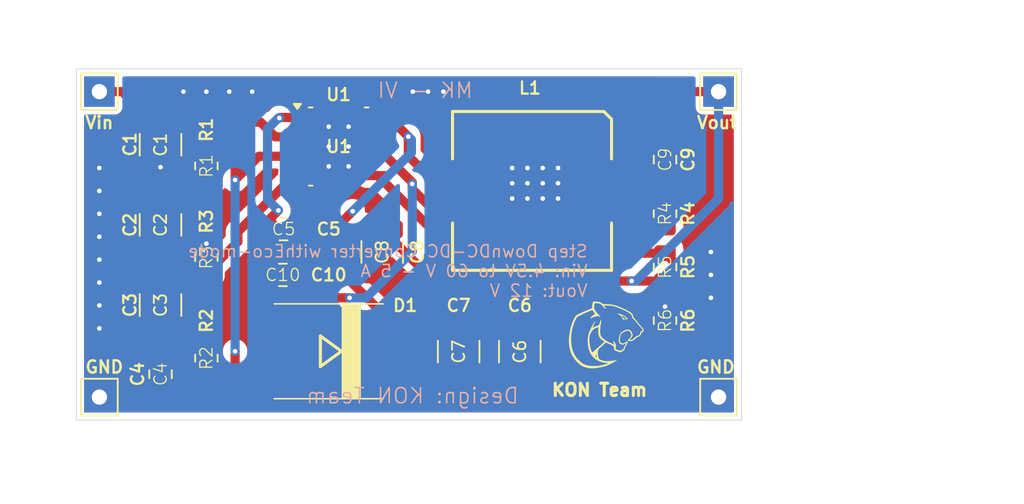
<source format=kicad_pcb>
(kicad_pcb (version 20241229) (generator "pcbnew") (generator_version "9.0")
  (title_block (title "Buck Converter 12VDC - 5A ") (date "14/10/2025") (rev "Rev 1") (company "KON Team"))
  (layers (0 "F.Cu" signal) (2 "B.Cu" signal) (13 "F.Paste" user) (15 "B.Paste" user) (5 "F.SilkS" user "F.Silkscreen") (7 "B.SilkS" user "B.Silkscreen") (1 "F.Mask" user) (3 "B.Mask" user) (25 "Edge.Cuts" user))
  (net 0 "")
  (net 1 "/Vin")
  (net 2 "GND")
  (net 3 "Net-(U1-SW)")
  (net 4 "Net-(U1-BOOT)")
  (net 5 "/Vout")
  (net 6 "Net-(C9-Pad1)")
  (net 7 "COMP")
  (net 8 "Net-(U1-EN)")
  (net 9 "Net-(U1-RT{slash}CLK)")
  (net 10 "FB")
  (footprint "Capacitor_SMD:C_0805_2012Metric" (layer "F.Cu") (at 186 110.45 90)
    (property "Reference" "C9" (at 0 1.5 90) (layer "F.SilkS") (effects (font (size 0.8 0.8))))
    (property "Value" "4700pF" (hide yes))
    (fp_text user "${REFERENCE}" (at 0 0 90) (layer "F.SilkS") (effects (font (size 0.8 0.8) (thickness 0.08))))
    (pad "1" smd roundrect (at -0.95 0 90) (size 1 1.45) (layers "F.Cu" "F.Mask" "F.Paste") (net 6 "Net-(C9-Pad1)"))
    (pad "2" smd roundrect (at 0.95 0 90) (size 1 1.45) (layers "F.Cu" "F.Mask" "F.Paste") (net 2 "GND"))
  )
  (footprint "Package_SO:Texas_R-PDSO-G8_EP2.95x4.9mm_Mask2.4x3.1mm_ThermalVias" (layer "F.Cu") (at 164.65 109.595)
    (property "Reference" "U1" (at 0 -3.4 0) (layer "F.SilkS") (effects (font (size 0.8 0.8))))
    (property "Value" "TPS54560DDA" (hide yes))
    (fp_text user "${REFERENCE}" (at 0 0 0) (layer "F.SilkS") (effects (font (size 0.8 0.8))))
    (pad "1" smd roundrect (at -2.5625 -1.905) (size 1.775 0.6) (layers "F.Cu" "F.Mask" "F.Paste") (net 4 "Net-(U1-BOOT)"))
    (pad "2" smd roundrect (at -2.5625 -0.635) (size 1.775 0.6) (layers "F.Cu" "F.Mask" "F.Paste") (net 1 "/Vin"))
    (pad "3" smd roundrect (at -2.5625 0.635) (size 1.775 0.6) (layers "F.Cu" "F.Mask" "F.Paste") (net 8 "Net-(U1-EN)"))
    (pad "4" smd roundrect (at -2.5625 1.905) (size 1.775 0.6) (layers "F.Cu" "F.Mask" "F.Paste") (net 9 "Net-(U1-RT{slash}CLK)"))
    (pad "5" smd roundrect (at 2.5625 1.905) (size 1.775 0.6) (layers "F.Cu" "F.Mask" "F.Paste") (net 10 "FB"))
    (pad "6" smd roundrect (at 2.5625 0.635) (size 1.775 0.6) (layers "F.Cu" "F.Mask" "F.Paste") (net 7 "COMP"))
    (pad "7" smd roundrect (at 2.5625 -0.635) (size 1.775 0.6) (layers "F.Cu" "F.Mask" "F.Paste") (net 2 "GND"))
    (pad "8" smd roundrect (at 2.5625 -1.905) (size 1.775 0.6) (layers "F.Cu" "F.Mask" "F.Paste") (net 3 "Net-(U1-SW)"))
    (pad "9" thru_hole circle (at -0.65 -1.3) (size 0.5 0.5) (drill 0.3) (property pad_prop_heatsink) (layers "*.Cu") (net 2 "GND"))
    (pad "9" thru_hole circle (at -0.65 0) (size 0.5 0.5) (drill 0.3) (property pad_prop_heatsink) (layers "*.Cu") (net 2 "GND"))
    (pad "9" thru_hole circle (at -0.65 1.3) (size 0.5 0.5) (drill 0.3) (property pad_prop_heatsink) (layers "*.Cu") (net 2 "GND"))
    (pad "9" smd rect (at 0 0) (size 1.8 3.1) (property pad_prop_heatsink) (layers "B.Cu") (net 2 "GND"))
    (pad "9" smd rect (at 0 0) (size 2.95 4.9) (property pad_prop_heatsink) (layers "F.Cu") (net 2 "GND"))
    (pad "9" thru_hole circle (at 0.65 -1.3) (size 0.5 0.5) (drill 0.3) (property pad_prop_heatsink) (layers "*.Cu") (net 2 "GND"))
    (pad "9" thru_hole circle (at 0.65 0) (size 0.5 0.5) (drill 0.3) (property pad_prop_heatsink) (layers "*.Cu") (net 2 "GND"))
    (pad "9" thru_hole circle (at 0.65 1.3) (size 0.5 0.5) (drill 0.3) (property pad_prop_heatsink) (layers "*.Cu") (net 2 "GND"))
  )
  (footprint "Capacitor_SMD:C_1210_3225Metric" (layer "F.Cu") (at 153 114.725 -90)
    (property "Reference" "C2" (at 0 2 90) (layer "F.SilkS") (effects (font (size 0.8 0.8))))
    (property "Value" "2.2uF" (hide yes))
    (fp_text user "${REFERENCE}" (at 0 0 90) (layer "F.SilkS") (effects (font (size 0.8 0.8) (thickness 0.12))))
    (pad "1" smd roundrect (at -1.475 0 270) (size 1.15 2.7) (layers "F.Cu" "F.Mask" "F.Paste") (roundrect_rratio 0.217391) (net 1 "/Vin"))
    (pad "2" smd roundrect (at 1.475 0 270) (size 1.15 2.7) (layers "F.Cu" "F.Mask" "F.Paste") (roundrect_rratio 0.217391) (net 2 "GND"))
  )
  (footprint "Capacitor_SMD:C_0805_2012Metric" (layer "F.Cu") (at 153 124.5 -90)
    (property "Reference" "C4" (at 0 1.5 270) (layer "F.SilkS") (effects (font (size 0.8 0.8))))
    (property "Value" "2.2uF" (hide yes))
    (fp_text user "${REFERENCE}" (at 0 0 270) (layer "F.SilkS") (effects (font (size 0.8 0.8) (thickness 0.08))))
    (pad "1" smd roundrect (at -0.95 0 270) (size 1 1.45) (layers "F.Cu" "F.Mask" "F.Paste") (net 1 "/Vin"))
    (pad "2" smd roundrect (at 0.95 0 270) (size 1 1.45) (layers "F.Cu" "F.Mask" "F.Paste") (net 2 "GND"))
  )
  (footprint "TestPoint:TestPoint_THTPad_2.0x2.0mm_Drill1.0mm" (layer "F.Cu") (at 189.5 126)
    (property "Reference" "TP4" (hide yes))
    (property "Value" "GND" (hide yes))
    (pad "1" thru_hole rect (at 0 0) (size 2 2) (drill 1) (layers "*.Cu" "*.Mask") (net 2 "GND"))
  )
  (footprint "TestPoint:TestPoint_THTPad_2.0x2.0mm_Drill1.0mm" (layer "F.Cu") (at 149 126)
    (property "Reference" "TP2" (hide yes))
    (property "Value" "GND" (hide yes))
    (pad "1" thru_hole rect (at 0 0) (size 2 2) (drill 1) (layers "*.Cu" "*.Mask") (net 2 "GND"))
  )
  (footprint "Inductor:WE-PDF_1064" (layer "F.Cu") (at 177.3 112.5)
    (property "Reference" "L1" (at -0.14 -6.735 0) (layer "F.SilkS") (effects (font (size 0.8 0.8))))
    (property "Value" "7.2uH" (hide yes))
    (pad "1" smd rect (at -4.1 0) (size 2.4 3.4) (layers "F.Cu" "F.Mask" "F.Paste") (net 3 "Net-(U1-SW)"))
    (pad "2" smd rect (at 4.1 0) (size 2.4 3.4) (layers "F.Cu" "F.Mask" "F.Paste") (net 5 "/Vout"))
  )
  (footprint "Resistor_SMD:R_0805_2012Metric" (layer "F.Cu") (at 156 116.8625 90)
    (property "Reference" "R3" (at 2.3625 0 90) (layer "F.SilkS") (effects (font (size 0.8 0.8))))
    (property "Value" "243K" (hide yes))
    (fp_text user "${REFERENCE}" (at 0 0 90) (layer "F.SilkS") (effects (font (size 0.8 0.8) (thickness 0.08))))
    (pad "1" smd roundrect (at -0.9125 0 90) (size 1.025 1.4) (layers "F.Cu" "F.Mask" "F.Paste") (roundrect_rratio 0.243902) (net 9 "Net-(U1-RT{slash}CLK)"))
    (pad "2" smd roundrect (at 0.9125 0 90) (size 1.025 1.4) (layers "F.Cu" "F.Mask" "F.Paste") (roundrect_rratio 0.243902) (net 2 "GND"))
  )
  (footprint "TestPoint:TestPoint_THTPad_2.0x2.0mm_Drill1.0mm" (layer "F.Cu") (at 189.5 106 180)
    (property "Reference" "TP3" (hide yes))
    (property "Value" "Vout" (hide yes))
    (pad "1" thru_hole rect (at 0 0 180) (size 2 2) (drill 1) (layers "*.Cu" "*.Mask") (net 5 "/Vout"))
  )
  (footprint "Capacitor_SMD:C_0805_2012Metric" (layer "F.Cu") (at 161.05 115)
    (property "Reference" "C5" (at 2.95 0 0) (layer "F.SilkS") (effects (font (size 0.8 0.8))))
    (property "Value" "0.1uF" (hide yes))
    (fp_text user "${REFERENCE}" (at 0 0 0) (layer "F.SilkS") (effects (font (size 0.8 0.8) (thickness 0.08))))
    (pad "1" smd roundrect (at -0.95 0) (size 1 1.45) (layers "F.Cu" "F.Mask" "F.Paste") (net 4 "Net-(U1-BOOT)"))
    (pad "2" smd roundrect (at 0.95 0) (size 1 1.45) (layers "F.Cu" "F.Mask" "F.Paste") (net 3 "Net-(U1-SW)"))
  )
  (footprint "Capacitor_SMD:C_1210_3225Metric" (layer "F.Cu") (at 176.5 123.025 -90)
    (property "Reference" "C6" (at -3.025 0 180) (layer "F.SilkS") (effects (font (size 0.8 0.8))))
    (property "Value" "47uF" (hide yes))
    (fp_text user "${REFERENCE}" (at 0 0 270) (layer "F.SilkS") (effects (font (size 0.8 0.8) (thickness 0.12))))
    (pad "1" smd roundrect (at -1.475 0 270) (size 1.15 2.7) (layers "F.Cu" "F.Mask" "F.Paste") (roundrect_rratio 0.217391) (net 5 "/Vout"))
    (pad "2" smd roundrect (at 1.475 0 270) (size 1.15 2.7) (layers "F.Cu" "F.Mask" "F.Paste") (roundrect_rratio 0.217391) (net 2 "GND"))
  )
  (footprint "B560C:SMC" (layer "F.Cu") (at 164 123 180)
    (property "Reference" "D1" (at -5 3 0) (layer "F.SilkS") (effects (font (size 0.8 0.8))))
    (property "Value" "B560C" (hide yes))
    (pad "A" smd rect (at 3.7 0 180) (size 2.8 3.8) (layers "F.Cu" "F.Mask" "F.Paste") (net 2 "GND"))
    (pad "C" smd rect (at -3.7 0 180) (size 2.8 3.8) (layers "F.Cu" "F.Mask" "F.Paste") (net 3 "Net-(U1-SW)"))
  )
  (footprint "Logos:KON_6x6" (layer "F.Cu") (at 182 122)
    (property "Reference" "G***" (hide yes))
    (property "Value" "LOGO" (hide yes))
  )
  (footprint "Resistor_SMD:R_0805_2012Metric" (layer "F.Cu") (at 186 113.9875 90)
    (property "Reference" "R4" (at 0 1.5 90) (layer "F.SilkS") (effects (font (size 0.8 0.8))))
    (property "Value" "16.9K" (hide yes))
    (fp_text user "${REFERENCE}" (at 0 0 90) (layer "F.SilkS") (effects (font (size 0.8 0.8) (thickness 0.08))))
    (pad "1" smd roundrect (at -0.9125 0 90) (size 1.025 1.4) (layers "F.Cu" "F.Mask" "F.Paste") (roundrect_rratio 0.243902) (net 7 "COMP"))
    (pad "2" smd roundrect (at 0.9125 0 90) (size 1.025 1.4) (layers "F.Cu" "F.Mask" "F.Paste") (roundrect_rratio 0.243902) (net 6 "Net-(C9-Pad1)"))
  )
  (footprint "Resistor_SMD:R_0805_2012Metric" (layer "F.Cu") (at 156 110.8625 90)
    (property "Reference" "R1" (at 2.3625 0 90) (layer "F.SilkS") (effects (font (size 0.8 0.8))))
    (property "Value" "442K" (hide yes))
    (fp_text user "${REFERENCE}" (at 0 0 90) (layer "F.SilkS") (effects (font (size 0.8 0.8) (thickness 0.08))))
    (pad "1" smd roundrect (at -0.9125 0 90) (size 1.025 1.4) (layers "F.Cu" "F.Mask" "F.Paste") (roundrect_rratio 0.243902) (net 1 "/Vin"))
    (pad "2" smd roundrect (at 0.9125 0 90) (size 1.025 1.4) (layers "F.Cu" "F.Mask" "F.Paste") (roundrect_rratio 0.243902) (net 8 "Net-(U1-EN)"))
  )
  (footprint "Capacitor_SMD:C_1210_3225Metric" (layer "F.Cu") (at 153 109.475 -90)
    (property "Reference" "C1" (at -0.025 2 90) (layer "F.SilkS") (effects (font (size 0.8 0.8))))
    (property "Value" "2.2uF" (hide yes))
    (fp_text user "${REFERENCE}" (at 0 0 90) (layer "F.SilkS") (effects (font (size 0.8 0.8) (thickness 0.12))))
    (pad "1" smd roundrect (at -1.475 0 270) (size 1.15 2.7) (layers "F.Cu" "F.Mask" "F.Paste") (roundrect_rratio 0.217391) (net 1 "/Vin"))
    (pad "2" smd roundrect (at 1.475 0 270) (size 1.15 2.7) (layers "F.Cu" "F.Mask" "F.Paste") (roundrect_rratio 0.217391) (net 2 "GND"))
  )
  (footprint "TestPoint:TestPoint_THTPad_2.0x2.0mm_Drill1.0mm" (layer "F.Cu") (at 149 106 180)
    (property "Reference" "TP1" (hide yes))
    (property "Value" "Vin" (hide yes))
    (pad "1" thru_hole rect (at 0 0 180) (size 2 2) (drill 1) (layers "*.Cu" "*.Mask") (net 1 "/Vin"))
  )
  (footprint "Capacitor_SMD:C_0805_2012Metric" (layer "F.Cu") (at 161 118)
    (property "Reference" "C10" (at 3 0 0) (layer "F.SilkS") (effects (font (size 0.8 0.8))))
    (property "Value" "47pF" (hide yes))
    (fp_text user "${REFERENCE}" (at 0 0 180) (layer "F.SilkS") (effects (font (size 0.8 0.8) (thickness 0.08))))
    (pad "1" smd roundrect (at -0.95 0) (size 1 1.45) (layers "F.Cu" "F.Mask" "F.Paste") (net 7 "COMP"))
    (pad "2" smd roundrect (at 0.95 0) (size 1 1.45) (layers "F.Cu" "F.Mask" "F.Paste") (net 2 "GND"))
  )
  (footprint "Resistor_SMD:R_0805_2012Metric" (layer "F.Cu") (at 156 123.45 90)
    (property "Reference" "R2" (at 2.45 0 90) (layer "F.SilkS") (effects (font (size 0.8 0.8))))
    (property "Value" "90.9K" (hide yes))
    (fp_text user "${REFERENCE}" (at 0 0 90) (layer "F.SilkS") (effects (font (size 0.8 0.8) (thickness 0.08))))
    (pad "1" smd roundrect (at -0.9125 0 90) (size 1.025 1.4) (layers "F.Cu" "F.Mask" "F.Paste") (roundrect_rratio 0.243902) (net 8 "Net-(U1-EN)"))
    (pad "2" smd roundrect (at 0.9125 0 90) (size 1.025 1.4) (layers "F.Cu" "F.Mask" "F.Paste") (roundrect_rratio 0.243902) (net 2 "GND"))
  )
  (footprint "Resistor_SMD:R_0805_2012Metric" (layer "F.Cu") (at 186 117.4875 90)
    (property "Reference" "R5" (at 0 1.5 90) (layer "F.SilkS") (effects (font (size 0.8 0.8))))
    (property "Value" "140K" (hide yes))
    (fp_text user "${REFERENCE}" (at 0 0 90) (layer "F.SilkS") (effects (font (size 0.8 0.8) (thickness 0.08))))
    (pad "1" smd roundrect (at -0.9125 0 90) (size 1.025 1.4) (layers "F.Cu" "F.Mask" "F.Paste") (roundrect_rratio 0.243902) (net 5 "/Vout"))
    (pad "2" smd roundrect (at 0.9125 0 90) (size 1.025 1.4) (layers "F.Cu" "F.Mask" "F.Paste") (roundrect_rratio 0.243902) (net 10 "FB"))
  )
  (footprint "Capacitor_SMD:C_1210_3225Metric" (layer "F.Cu") (at 167.5 116.5 -90)
    (property "Reference" "C8" (at 0 -2.3 270) (layer "F.SilkS") (effects (font (size 0.8 0.8))))
    (property "Value" "47uF" (hide yes))
    (fp_text user "${REFERENCE}" (at 0 0 270) (layer "F.SilkS") (effects (font (size 0.8 0.8) (thickness 0.12))))
    (pad "1" smd roundrect (at -1.475 0 270) (size 1.15 2.7) (layers "F.Cu" "F.Mask" "F.Paste") (roundrect_rratio 0.217391) (net 5 "/Vout"))
    (pad "2" smd roundrect (at 1.475 0 270) (size 1.15 2.7) (layers "F.Cu" "F.Mask" "F.Paste") (roundrect_rratio 0.217391) (net 2 "GND"))
  )
  (footprint "Capacitor_SMD:C_1210_3225Metric" (layer "F.Cu") (at 153 119.975 -90)
    (property "Reference" "C3" (at 0 2 270) (layer "F.SilkS") (effects (font (size 0.8 0.8))))
    (property "Value" "2.2uF" (hide yes))
    (fp_text user "${REFERENCE}" (at 0 0 270) (layer "F.SilkS") (effects (font (size 0.8 0.8) (thickness 0.12))))
    (pad "1" smd roundrect (at -1.475 0 270) (size 1.15 2.7) (layers "F.Cu" "F.Mask" "F.Paste") (roundrect_rratio 0.217391) (net 1 "/Vin"))
    (pad "2" smd roundrect (at 1.475 0 270) (size 1.15 2.7) (layers "F.Cu" "F.Mask" "F.Paste") (roundrect_rratio 0.217391) (net 2 "GND"))
  )
  (footprint "Capacitor_SMD:C_1210_3225Metric" (layer "F.Cu") (at 172.5 123.025 -90)
    (property "Reference" "C7" (at -3.025 0 0) (layer "F.SilkS") (effects (font (size 0.8 0.8))))
    (property "Value" "47uF" (hide yes))
    (fp_text user "${REFERENCE}" (at 0 0 270) (layer "F.SilkS") (effects (font (size 0.8 0.8) (thickness 0.12))))
    (pad "1" smd roundrect (at -1.475 0 270) (size 1.15 2.7) (layers "F.Cu" "F.Mask" "F.Paste") (roundrect_rratio 0.217391) (net 5 "/Vout"))
    (pad "2" smd roundrect (at 1.475 0 270) (size 1.15 2.7) (layers "F.Cu" "F.Mask" "F.Paste") (roundrect_rratio 0.217391) (net 2 "GND"))
  )
  (footprint "Resistor_SMD:R_0805_2012Metric" (layer "F.Cu") (at 186 120.9875 90)
    (property "Reference" "R6" (at 0 1.5 90) (layer "F.SilkS") (effects (font (size 0.8 0.8))))
    (property "Value" "10K" (hide yes))
    (fp_text user "${REFERENCE}" (at 0 0 90) (layer "F.SilkS") (effects (font (size 0.8 0.8) (thickness 0.08))))
    (pad "1" smd roundrect (at -0.9125 0 90) (size 1.025 1.4) (layers "F.Cu" "F.Mask" "F.Paste") (roundrect_rratio 0.243902) (net 10 "FB"))
    (pad "2" smd roundrect (at 0.9125 0 90) (size 1.025 1.4) (layers "F.Cu" "F.Mask" "F.Paste") (roundrect_rratio 0.243902) (net 2 "GND"))
  )
  (gr_rect (start 147.5 104.5) (end 191 127.5) (stroke (width 0.05)) (fill no) (layer "Edge.Cuts"))
  (gr_text "Vout" (at 188 108.5 0) (layer "F.SilkS") (effects (font (size 0.8 0.8) (thickness 0.16) (bold yes)) (justify left bottom)))
  (gr_text "Vin" (at 148 108.5 0) (layer "F.SilkS") (effects (font (size 0.8 0.8) (thickness 0.16) (bold yes)) (justify left bottom)))
  (gr_text "KON Team" (at 178.5 126 0) (layer "F.SilkS") (effects (font (size 0.8 0.8) (thickness 0.2) (bold yes)) (justify left bottom)))
  (gr_text "GND\n" (at 148 124.5 0) (layer "F.SilkS") (effects (font (size 0.8 0.8) (thickness 0.16) (bold yes)) (justify left bottom)))
  (gr_text "GND\n" (at 188 124.5 0) (layer "F.SilkS") (effects (font (size 0.8 0.8) (thickness 0.16) (bold yes)) (justify left bottom)))
  (gr_text "Design: KON Team" (at 176.5 126.5 0) (layer "B.SilkS") (effects (font (size 1 1) (thickness 0.1)) (justify left bottom mirror)))
  (gr_text "MK - VI " (at 173.5 106.5 0) (layer "B.SilkS") (effects (font (size 1 1) (thickness 0.1)) (justify left bottom mirror)))
  (gr_text "Step DownDC-DC Converter withEco-mode\nVin: 4.5V to 60 V - 5 A \nVout: 12 V" (at 181 119.5 0) (layer "B.SilkS") (effects (font (size 0.8 0.8) (thickness 0.1)) (justify left bottom mirror)))
  (segment (start 151.1262 122.1014) (end 151.1262 120.3738) (width 0.6) (layer "F.Cu") (net 1))
  (segment (start 151.1262 120.3738) (end 153 118.5) (width 0.6) (layer "F.Cu") (net 1))
  (segment (start 151.9493 109.1001) (end 151.1202 109.9292) (width 0.6) (layer "F.Cu") (net 1))
  (segment (start 154.525 113.25) (end 155.7488 112.0262) (width 0.6) (layer "F.Cu") (net 1))
  (segment (start 151.9493 107.4476) (end 151.9493 109.1001) (width 0.6) (layer "F.Cu") (net 1))
  (segment (start 155.7473 112.0277) (end 156 111.775) (width 0.6) (layer "F.Cu") (net 1))
  (segment (start 149 106) (end 150.5017 106) (width 0.6) (layer "F.Cu") (net 1))
  (segment (start 151.1262 115.1238) (end 153 113.25) (width 0.6) (layer "F.Cu") (net 1))
  (segment (start 153 108) (end 159.546 108) (width 0.6) (layer "F.Cu") (net 1))
  (segment (start 153 113.25) (end 154.525 113.25) (width 0.6) (layer "F.Cu") (net 1))
  (segment (start 155.7488 112.0262) (end 156 111.775) (width 0.6) (layer "F.Cu") (net 1))
  (segment (start 151.5017 107) (end 152.5017 108) (width 0.6) (layer "F.Cu") (net 1))
  (segment (start 152.5748 123.55) (end 151.1262 122.1014) (width 0.6) (layer "F.Cu") (net 1))
  (segment (start 153 123.55) (end 152.5748 123.55) (width 0.6) (layer "F.Cu") (net 1))
  (segment (start 152.5017 108) (end 153 108) (width 0.6) (layer "F.Cu") (net 1))
  (segment (start 151.1202 109.9292) (end 151.1202 111.5715) (width 0.6) (layer "F.Cu") (net 1))
  (segment (start 159.546 108) (end 160.506 108.96) (width 0.6) (layer "F.Cu") (net 1))
  (segment (start 152.744 118.5) (end 151.1262 116.8822) (width 0.6) (layer "F.Cu") (net 1))
  (segment (start 151.1262 116.8822) (end 151.1262 115.1238) (width 0.6) (layer "F.Cu") (net 1))
  (segment (start 151.5017 107) (end 151.9493 107.4476) (width 0.6) (layer "F.Cu") (net 1))
  (segment (start 151.5017 107) (end 150.5017 106) (width 0.6) (layer "F.Cu") (net 1))
  (segment (start 160.506 108.96) (end 162.0875 108.96) (width 0.6) (layer "F.Cu") (net 1))
  (segment (start 153 118.5) (end 152.744 118.5) (width 0.6) (layer "F.Cu") (net 1))
  (segment (start 151.5764 112.0277) (end 155.7473 112.0277) (width 0.6) (layer "F.Cu") (net 1))
  (segment (start 151.1202 111.5715) (end 151.5764 112.0277) (width 0.6) (layer "F.Cu") (net 1))
  (segment (start 153.25 115.95) (end 153 116.2) (width 0.6) (layer "F.Cu") (net 2))
  (via (at 176 111) (size 0.6) (drill 0.3) (layers "F.Cu" "B.Cu") (net 2))
  (via (at 177 113) (size 0.6) (drill 0.3) (layers "F.Cu" "B.Cu") (net 2))
  (via (at 189 119.5) (size 0.6) (drill 0.3) (layers "F.Cu" "B.Cu") (net 2))
  (via (at 178 112) (size 0.6) (drill 0.3) (layers "F.Cu" "B.Cu") (net 2))
  (via (at 149 115.5) (size 0.6) (drill 0.3) (layers "F.Cu" "B.Cu") (net 2))
  (via (at 149 120) (size 0.6) (drill 0.3) (layers "F.Cu" "B.Cu") (net 2))
  (via (at 157.5 106) (size 0.6) (drill 0.3) (layers "F.Cu" "B.Cu") (net 2))
  (via (at 176 112) (size 0.6) (drill 0.3) (layers "F.Cu" "B.Cu") (net 2))
  (via (at 179 111) (size 0.6) (drill 0.3) (layers "F.Cu" "B.Cu") (net 2))
  (via (at 171.5 106) (size 0.6) (drill 0.3) (layers "F.Cu" "B.Cu") (net 2))
  (via (at 149 111) (size 0.6) (drill 0.3) (layers "F.Cu" "B.Cu") (net 2))
  (via (at 189 118) (size 0.6) (drill 0.3) (layers "F.Cu" "B.Cu") (net 2))
  (via (at 159 106) (size 0.6) (drill 0.3) (layers "F.Cu" "B.Cu") (net 2))
  (via (at 156 106) (size 0.6) (drill 0.3) (layers "F.Cu" "B.Cu") (net 2))
  (via (at 179 113) (size 0.6) (drill 0.3) (layers "F.Cu" "B.Cu") (net 2))
  (via (at 178 111) (size 0.6) (drill 0.3) (layers "F.Cu" "B.Cu") (net 2))
  (via (at 149 117) (size 0.6) (drill 0.3) (layers "F.Cu" "B.Cu") (net 2))
  (via (at 154.5 106) (size 0.6) (drill 0.3) (layers "F.Cu" "B.Cu") (net 2))
  (via (at 170.5 106) (size 0.6) (drill 0.3) (layers "F.Cu" "B.Cu") (net 2))
  (via (at 169.5 106) (size 0.6) (drill 0.3) (layers "F.Cu" "B.Cu") (net 2))
  (via (at 177 112) (size 0.6) (drill 0.3) (layers "F.Cu" "B.Cu") (net 2))
  (via (at 153 110.95) (size 0.6) (drill 0.3) (layers "F.Cu" "B.Cu") (net 2))
  (via (at 178 113) (size 0.6) (drill 0.3) (layers "F.Cu" "B.Cu") (net 2))
  (via (at 149 121.5) (size 0.6) (drill 0.3) (layers "F.Cu" "B.Cu") (net 2))
  (via (at 179 112) (size 0.6) (drill 0.3) (layers "F.Cu" "B.Cu") (net 2))
  (via (at 149 118.5) (size 0.6) (drill 0.3) (layers "F.Cu" "B.Cu") (net 2))
  (via (at 189 116.5) (size 0.6) (drill 0.3) (layers "F.Cu" "B.Cu") (net 2))
  (via (at 149 112.5) (size 0.6) (drill 0.3) (layers "F.Cu" "B.Cu") (net 2))
  (via (at 186 120.075) (size 0.6) (drill 0.3) (layers "F.Cu" "B.Cu") (net 2))
  (via (at 176 113) (size 0.6) (drill 0.3) (layers "F.Cu" "B.Cu") (net 2))
  (via (at 177 111) (size 0.6) (drill 0.3) (layers "F.Cu" "B.Cu") (net 2))
  (via (at 156 115.95) (size 0.6) (drill 0.3) (layers "F.Cu" "B.Cu") (net 2))
  (via (at 149 114) (size 0.6) (drill 0.3) (layers "F.Cu" "B.Cu") (net 2))
  (segment (start 163.1998 116.1998) (end 165.5699 113.8297) (width 0.6) (layer "F.Cu") (net 3))
  (segment (start 162.5375 115.5375) (end 163.1998 116.1998) (width 0.6) (layer "F.Cu") (net 3))
  (segment (start 163.1998 116.1998) (end 167.5983 120.5983) (width 0.6) (layer "F.Cu") (net 3))
  (segment (start 167.9561 107.69) (end 169.21 108.9439) (width 0.6) (layer "F.Cu") (net 3))
  (segment (start 169.21 110.2117) (end 171.4983 112.5) (width 0.6) (layer "F.Cu") (net 3))
  (segment (start 167.5983 120.5983) (end 167.7 120.5983) (width 0.6) (layer "F.Cu") (net 3))
  (segment (start 162 115) (end 162.5375 115.5375) (width 0.6) (layer "F.Cu") (net 3))
  (segment (start 167.7 123) (end 167.7 120.5983) (width 0.6) (layer "F.Cu") (net 3))
  (segment (start 169.21 108.9439) (end 169.21 110.2117) (width 0.6) (layer "F.Cu") (net 3))
  (segment (start 173.2 112.5) (end 171.4983 112.5) (width 0.6) (layer "F.Cu") (net 3))
  (segment (start 167.2125 107.69) (end 167.9561 107.69) (width 0.6) (layer "F.Cu") (net 3))
  (via (at 165.5699 113.8297) (size 0.6) (drill 0.3) (layers "F.Cu" "B.Cu") (net 3))
  (via (at 169.21 108.9439) (size 0.6) (drill 0.3) (layers "F.Cu" "B.Cu") (net 3))
  (segment (start 169.21 108.9439) (end 169.41 109.1439) (width 0.6) (layer "B.Cu") (net 3))
  (segment (start 169.41 109.9896) (end 165.5699 113.8297) (width 0.6) (layer "B.Cu") (net 3))
  (segment (start 169.41 109.1439) (end 169.41 109.9896) (width 0.6) (layer "B.Cu") (net 3))
  (segment (start 160.773986 107.728414) (end 160.8124 107.69) (width 0.6) (layer "F.Cu") (net 4))
  (segment (start 160.1 114.3856) (end 160.1 115) (width 0.6) (layer "F.Cu") (net 4))
  (segment (start 160.7106 113.775) (end 160.1 114.3856) (width 0.6) (layer "F.Cu") (net 4))
  (segment (start 160.8124 107.69) (end 162.0875 107.69) (width 0.6) (layer "F.Cu") (net 4))
  (via (at 160.773986 107.728414) (size 0.6) (drill 0.3) (layers "F.Cu" "B.Cu") (net 4))
  (via (at 160.7106 113.775) (size 0.6) (drill 0.3) (layers "F.Cu" "B.Cu") (net 4))
  (segment (start 160.773986 107.728414) (end 160.706886 107.728414) (width 0.6) (layer "B.Cu") (net 4))
  (segment (start 160 113.0644) (end 160.7106 113.775) (width 0.6) (layer "B.Cu") (net 4))
  (segment (start 160.706886 107.728414) (end 160 108.4353) (width 0.6) (layer "B.Cu") (net 4))
  (segment (start 160 108.4353) (end 160 113.0644) (width 0.6) (layer "B.Cu") (net 4))
  (segment (start 176.5 118.4) (end 179.5258 118.4) (width 0.6) (layer "F.Cu") (net 5))
  (segment (start 176.5 118.4) (end 176.5 121.55) (width 0.6) (layer "F.Cu") (net 5))
  (segment (start 167.5 115.025) (end 170.875 118.4) (width 0.6) (layer "F.Cu") (net 5))
  (segment (start 172.5 121.55) (end 176.5 121.55) (width 0.6) (layer "F.Cu") (net 5))
  (segment (start 189.5 106) (end 185.6983 106) (width 0.6) (layer "F.Cu") (net 5))
  (segment (start 170.875 118.4) (end 176.5 118.4) (width 0.6) (layer "F.Cu") (net 5))
  (segment (start 185.6983 106) (end 181.4 110.2983) (width 0.6) (layer "F.Cu") (net 5))
  (segment (start 181.4 112.5) (end 181.4 110.2983) (width 0.6) (layer "F.Cu") (net 5))
  (segment (start 179.5258 118.4) (end 179.65 118.4) (width 0.6) (layer "F.Cu") (net 5))
  (segment (start 183.8175 118.4) (end 179.65 118.4) (width 0.6) (layer "F.Cu") (net 5))
  (segment (start 186 118.4) (end 183.8175 118.4) (width 0.6) (layer "F.Cu") (net 5))
  (via (at 183.8175 118.4) (size 0.6) (drill 0.3) (layers "F.Cu" "B.Cu") (net 5))
  (segment (start 184.1 118.4) (end 189.5 113) (width 0.6) (layer "B.Cu") (net 5))
  (segment (start 189.5 113) (end 189.5 106) (width 0.6) (layer "B.Cu") (net 5))
  (segment (start 183.8175 118.4) (end 184.1 118.4) (width 0.6) (layer "B.Cu") (net 5))
  (segment (start 186 113.075) (end 186 111.4) (width 0.6) (layer "F.Cu") (net 6))
  (segment (start 169.4646 111.9398) (end 167.7548 110.23) (width 0.6) (layer "F.Cu") (net 7))
  (segment (start 186 114.9) (end 171.9857 114.9) (width 0.6) (layer "F.Cu") (net 7))
  (segment (start 169.4646 112.0463) (end 169.4646 111.9398) (width 0.6) (layer "F.Cu") (net 7))
  (segment (start 171.9857 114.9) (end 169.4646 112.3789) (width 0.6) (layer "F.Cu") (net 7))
  (segment (start 167.7548 110.23) (end 167.2125 110.23) (width 0.6) (layer "F.Cu") (net 7))
  (segment (start 161.55 119.5) (end 160.05 118) (width 0.6) (layer "F.Cu") (net 7))
  (segment (start 165.368628 119.5) (end 161.55 119.5) (width 0.6) (layer "F.Cu") (net 7))
  (segment (start 169.4646 112.3789) (end 169.4646 112.0463) (width 0.6) (layer "F.Cu") (net 7))
  (via (at 165.368628 119.5) (size 0.6) (drill 0.3) (layers "F.Cu" "B.Cu") (net 7))
  (via (at 169.4646 112.0463) (size 0.6) (drill 0.3) (layers "F.Cu" "B.Cu") (net 7))
  (segment (start 169.4646 116.4756) (end 169.4646 112.0463) (width 0.6) (layer "B.Cu") (net 7))
  (segment (start 165.368628 119.5) (end 166.4402 119.5) (width 0.6) (layer "B.Cu") (net 7))
  (segment (start 166.4402 119.5) (end 169.4646 116.4756) (width 0.6) (layer "B.Cu") (net 7))
  (segment (start 157.8773 110.8773) (end 156.95 109.95) (width 0.6) (layer "F.Cu") (net 8))
  (segment (start 157.8773 111.7817) (end 159.429 110.23) (width 0.6) (layer "F.Cu") (net 8))
  (segment (start 157.775 124) (end 157.4125 124.3625) (width 0.6) (layer "F.Cu") (net 8))
  (segment (start 157.4125 124.3625) (end 156 124.3625) (width 0.6) (layer "F.Cu") (net 8))
  (segment (start 157.8773 111.7817) (end 157.8773 110.8773) (width 0.6) (layer "F.Cu") (net 8))
  (segment (start 157.8773 123) (end 157.8773 123.8773) (width 0.6) (layer "F.Cu") (net 8))
  (segment (start 156.95 109.95) (end 156 109.95) (width 0.6) (layer "F.Cu") (net 8))
  (segment (start 159.5234 110.23) (end 162.0875 110.23) (width 0.6) (layer "F.Cu") (net 8))
  (via (at 157.8773 111.7817) (size 0.6) (drill 0.3) (layers "F.Cu" "B.Cu") (net 8))
  (via (at 157.8773 123) (size 0.6) (drill 0.3) (layers "F.Cu" "B.Cu") (net 8))
  (segment (start 157.8773 123) (end 157.8773 111.7817) (width 0.6) (layer "B.Cu") (net 8))
  (segment (start 161.7412 111.5) (end 158.0641 115.1771) (width 0.6) (layer "F.Cu") (net 9))
  (segment (start 158.0641 115.8234) (end 156.1125 117.775) (width 0.6) (layer "F.Cu") (net 9))
  (segment (start 162.0875 111.5) (end 161.7412 111.5) (width 0.6) (layer "F.Cu") (net 9))
  (segment (start 158.0641 115.1771) (end 158.0641 115.8234) (width 0.6) (layer "F.Cu") (net 9))
  (segment (start 156.1125 117.775) (end 156 117.775) (width 0.6) (layer "F.Cu") (net 9))
  (segment (start 187.2483 120.6517) (end 186 121.9) (width 0.6) (layer "F.Cu") (net 10))
  (segment (start 172.286 116.5735) (end 167.2125 111.5) (width 0.6) (layer "F.Cu") (net 10))
  (segment (start 186 116.575) (end 178.9588 116.575) (width 0.6) (layer "F.Cu") (net 10))
  (segment (start 186 116.575) (end 187.2483 117.8233) (width 0.6) (layer "F.Cu") (net 10))
  (segment (start 178.9573 116.5735) (end 172.286 116.5735) (width 0.6) (layer "F.Cu") (net 10))
  (segment (start 187.2483 117.8233) (end 187.2483 120.6517) (width 0.6) (layer "F.Cu") (net 10))
  (segment (start 178.9588 116.575) (end 178.9573 116.5735) (width 0.6) (layer "F.Cu") (net 10))
  (zone (net 2) (net_name "GND") (layers "F.Cu" "B.Cu") (name "GND") (connect_pads yes (clearance 0.5)) (min_thickness 0.25) (fill yes (thermal_gap 0.5) (thermal_bridge_width 0.5))
    (polygon (pts (xy 142.5 100) (xy 142.5 133) (xy 209.5 133) (xy 209.5 100)))
  )
)
</source>
